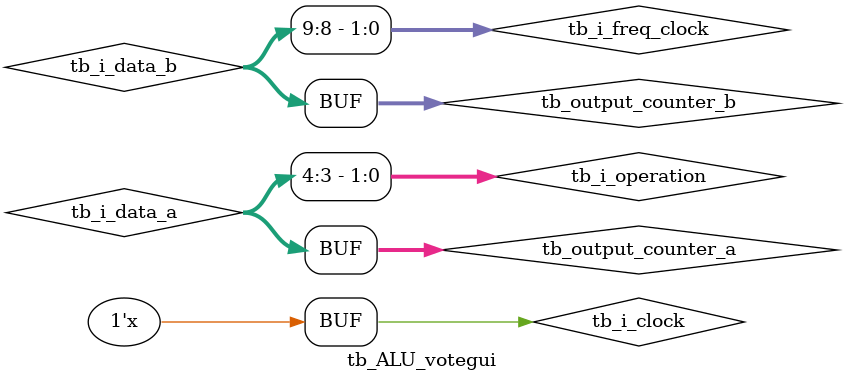
<source format=v>
module tb_ALU_votegui();
localparam      TB_NB=32; //Numero de bits
//inputs
wire            [TB_NB-1:0]     tb_i_data_a;
wire            [TB_NB-1:0]     tb_i_data_b;
wire                            tb_i_reset;
wire                            tb_i_enable;
wire                            tb_i_valid;
wire            [1:0]           tb_i_operation;
wire            [1:0]           tb_i_freq_clock;
//outputs
wire        [(TB_NB-1):0]    tb_o_data; 
wire                            tb_o_valid;
wire                            tb_o_clock;
//regs
reg                             tb_i_clock;
//integers
integer                         tb_output_counter_a;
integer                         tb_output_counter_b;

initial
        begin
        tb_i_clock              =       0;
        tb_output_counter_b     =       32'd31; //Se asigna un offset de valor inicial asi no se trabaja con vectores de muestra iguales
        tb_output_counter_a     =       0;
//        #5; //delay para asegurarse la inicializacion correcta
 //       forever #5 tb_i_clock = ~ tb_i_clock; 


        end
always
        #(2.5) tb_i_clock= ~tb_i_clock; //se hace coincidir el ciclo de trabajo y frecuencia del clock con los contraints
//Defino contador auxiliar
always @(posedge tb_i_clock)
        begin
        tb_output_counter_a<=tb_output_counter_a+1'b1;
        tb_output_counter_b<=tb_output_counter_b+1'b1;
        end
assign tb_i_data_a[TB_NB-1:0]=tb_output_counter_a[TB_NB-1:0];
assign tb_i_data_b[TB_NB-1:0]=tb_output_counter_b[TB_NB-1:0];
//Generacion de reset, enable, valid, y selector de operacion y frecuencia del
//clock
assign tb_i_reset       =       (tb_output_counter_a>4  &&      tb_output_counter_a<6);
//assign tb_i_reset       =      0; 
assign tb_i_enable      =       (tb_output_counter_a>1);
//assign tb_i_enable      =      1; 
assign tb_i_valid       =       (tb_output_counter_a>2);
//assign tb_i_valid       =       1;
//assign tb_i_operation   =       2'b00;
assign tb_i_operation   =       tb_output_counter_a[4:3];
//assign tb_i_freq_clock  =       2'b00;
assign tb_i_freq_clock  =       tb_output_counter_b[9:8];
ALU_votegui
#(
        .N_BITS (TB_NB)
)
u_ALU_v
(
        .o_data(tb_o_data),
        .o_clock(tb_o_clock),
        .o_valid(tb_o_valid),
        .i_operation(tb_i_operation),
        .i_freq_clock(tb_i_freq_clock),
        .i_enable(tb_i_enable),
        .i_clock(tb_i_clock),
        .i_data_a(tb_i_data_a),
        .i_data_b(tb_i_data_b),
        .i_valid(tb_i_valid),
        .i_reset(tb_i_reset)
);
endmodule

</source>
